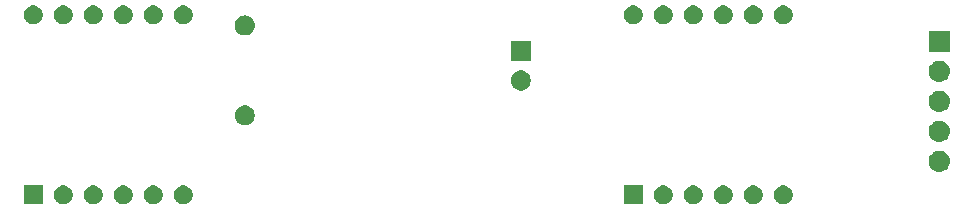
<source format=gbr>
G04 #@! TF.GenerationSoftware,KiCad,Pcbnew,(5.0.2)-1*
G04 #@! TF.CreationDate,2021-03-12T16:00:43+02:00*
G04 #@! TF.ProjectId,MAX7219 SMD,4d415837-3231-4392-9053-4d442e6b6963,rev?*
G04 #@! TF.SameCoordinates,Original*
G04 #@! TF.FileFunction,Soldermask,Top*
G04 #@! TF.FilePolarity,Negative*
%FSLAX46Y46*%
G04 Gerber Fmt 4.6, Leading zero omitted, Abs format (unit mm)*
G04 Created by KiCad (PCBNEW (5.0.2)-1) date 12.03.2021 16:00:43*
%MOMM*%
%LPD*%
G01*
G04 APERTURE LIST*
%ADD10C,0.100000*%
G04 APERTURE END LIST*
D10*
G36*
X165206643Y-106544781D02*
X165352415Y-106605162D01*
X165483611Y-106692824D01*
X165595176Y-106804389D01*
X165682838Y-106935585D01*
X165743219Y-107081357D01*
X165774000Y-107236107D01*
X165774000Y-107393893D01*
X165743219Y-107548643D01*
X165682838Y-107694415D01*
X165595176Y-107825611D01*
X165483611Y-107937176D01*
X165352415Y-108024838D01*
X165206643Y-108085219D01*
X165051893Y-108116000D01*
X164894107Y-108116000D01*
X164739357Y-108085219D01*
X164593585Y-108024838D01*
X164462389Y-107937176D01*
X164350824Y-107825611D01*
X164263162Y-107694415D01*
X164202781Y-107548643D01*
X164172000Y-107393893D01*
X164172000Y-107236107D01*
X164202781Y-107081357D01*
X164263162Y-106935585D01*
X164350824Y-106804389D01*
X164462389Y-106692824D01*
X164593585Y-106605162D01*
X164739357Y-106544781D01*
X164894107Y-106514000D01*
X165051893Y-106514000D01*
X165206643Y-106544781D01*
X165206643Y-106544781D01*
G37*
G36*
X175366643Y-106544781D02*
X175512415Y-106605162D01*
X175643611Y-106692824D01*
X175755176Y-106804389D01*
X175842838Y-106935585D01*
X175903219Y-107081357D01*
X175934000Y-107236107D01*
X175934000Y-107393893D01*
X175903219Y-107548643D01*
X175842838Y-107694415D01*
X175755176Y-107825611D01*
X175643611Y-107937176D01*
X175512415Y-108024838D01*
X175366643Y-108085219D01*
X175211893Y-108116000D01*
X175054107Y-108116000D01*
X174899357Y-108085219D01*
X174753585Y-108024838D01*
X174622389Y-107937176D01*
X174510824Y-107825611D01*
X174423162Y-107694415D01*
X174362781Y-107548643D01*
X174332000Y-107393893D01*
X174332000Y-107236107D01*
X174362781Y-107081357D01*
X174423162Y-106935585D01*
X174510824Y-106804389D01*
X174622389Y-106692824D01*
X174753585Y-106605162D01*
X174899357Y-106544781D01*
X175054107Y-106514000D01*
X175211893Y-106514000D01*
X175366643Y-106544781D01*
X175366643Y-106544781D01*
G37*
G36*
X172826643Y-106544781D02*
X172972415Y-106605162D01*
X173103611Y-106692824D01*
X173215176Y-106804389D01*
X173302838Y-106935585D01*
X173363219Y-107081357D01*
X173394000Y-107236107D01*
X173394000Y-107393893D01*
X173363219Y-107548643D01*
X173302838Y-107694415D01*
X173215176Y-107825611D01*
X173103611Y-107937176D01*
X172972415Y-108024838D01*
X172826643Y-108085219D01*
X172671893Y-108116000D01*
X172514107Y-108116000D01*
X172359357Y-108085219D01*
X172213585Y-108024838D01*
X172082389Y-107937176D01*
X171970824Y-107825611D01*
X171883162Y-107694415D01*
X171822781Y-107548643D01*
X171792000Y-107393893D01*
X171792000Y-107236107D01*
X171822781Y-107081357D01*
X171883162Y-106935585D01*
X171970824Y-106804389D01*
X172082389Y-106692824D01*
X172213585Y-106605162D01*
X172359357Y-106544781D01*
X172514107Y-106514000D01*
X172671893Y-106514000D01*
X172826643Y-106544781D01*
X172826643Y-106544781D01*
G37*
G36*
X170286643Y-106544781D02*
X170432415Y-106605162D01*
X170563611Y-106692824D01*
X170675176Y-106804389D01*
X170762838Y-106935585D01*
X170823219Y-107081357D01*
X170854000Y-107236107D01*
X170854000Y-107393893D01*
X170823219Y-107548643D01*
X170762838Y-107694415D01*
X170675176Y-107825611D01*
X170563611Y-107937176D01*
X170432415Y-108024838D01*
X170286643Y-108085219D01*
X170131893Y-108116000D01*
X169974107Y-108116000D01*
X169819357Y-108085219D01*
X169673585Y-108024838D01*
X169542389Y-107937176D01*
X169430824Y-107825611D01*
X169343162Y-107694415D01*
X169282781Y-107548643D01*
X169252000Y-107393893D01*
X169252000Y-107236107D01*
X169282781Y-107081357D01*
X169343162Y-106935585D01*
X169430824Y-106804389D01*
X169542389Y-106692824D01*
X169673585Y-106605162D01*
X169819357Y-106544781D01*
X169974107Y-106514000D01*
X170131893Y-106514000D01*
X170286643Y-106544781D01*
X170286643Y-106544781D01*
G37*
G36*
X167746643Y-106544781D02*
X167892415Y-106605162D01*
X168023611Y-106692824D01*
X168135176Y-106804389D01*
X168222838Y-106935585D01*
X168283219Y-107081357D01*
X168314000Y-107236107D01*
X168314000Y-107393893D01*
X168283219Y-107548643D01*
X168222838Y-107694415D01*
X168135176Y-107825611D01*
X168023611Y-107937176D01*
X167892415Y-108024838D01*
X167746643Y-108085219D01*
X167591893Y-108116000D01*
X167434107Y-108116000D01*
X167279357Y-108085219D01*
X167133585Y-108024838D01*
X167002389Y-107937176D01*
X166890824Y-107825611D01*
X166803162Y-107694415D01*
X166742781Y-107548643D01*
X166712000Y-107393893D01*
X166712000Y-107236107D01*
X166742781Y-107081357D01*
X166803162Y-106935585D01*
X166890824Y-106804389D01*
X167002389Y-106692824D01*
X167133585Y-106605162D01*
X167279357Y-106544781D01*
X167434107Y-106514000D01*
X167591893Y-106514000D01*
X167746643Y-106544781D01*
X167746643Y-106544781D01*
G37*
G36*
X163234000Y-108116000D02*
X161632000Y-108116000D01*
X161632000Y-106514000D01*
X163234000Y-106514000D01*
X163234000Y-108116000D01*
X163234000Y-108116000D01*
G37*
G36*
X112434000Y-108116000D02*
X110832000Y-108116000D01*
X110832000Y-106514000D01*
X112434000Y-106514000D01*
X112434000Y-108116000D01*
X112434000Y-108116000D01*
G37*
G36*
X114406643Y-106544781D02*
X114552415Y-106605162D01*
X114683611Y-106692824D01*
X114795176Y-106804389D01*
X114882838Y-106935585D01*
X114943219Y-107081357D01*
X114974000Y-107236107D01*
X114974000Y-107393893D01*
X114943219Y-107548643D01*
X114882838Y-107694415D01*
X114795176Y-107825611D01*
X114683611Y-107937176D01*
X114552415Y-108024838D01*
X114406643Y-108085219D01*
X114251893Y-108116000D01*
X114094107Y-108116000D01*
X113939357Y-108085219D01*
X113793585Y-108024838D01*
X113662389Y-107937176D01*
X113550824Y-107825611D01*
X113463162Y-107694415D01*
X113402781Y-107548643D01*
X113372000Y-107393893D01*
X113372000Y-107236107D01*
X113402781Y-107081357D01*
X113463162Y-106935585D01*
X113550824Y-106804389D01*
X113662389Y-106692824D01*
X113793585Y-106605162D01*
X113939357Y-106544781D01*
X114094107Y-106514000D01*
X114251893Y-106514000D01*
X114406643Y-106544781D01*
X114406643Y-106544781D01*
G37*
G36*
X116946643Y-106544781D02*
X117092415Y-106605162D01*
X117223611Y-106692824D01*
X117335176Y-106804389D01*
X117422838Y-106935585D01*
X117483219Y-107081357D01*
X117514000Y-107236107D01*
X117514000Y-107393893D01*
X117483219Y-107548643D01*
X117422838Y-107694415D01*
X117335176Y-107825611D01*
X117223611Y-107937176D01*
X117092415Y-108024838D01*
X116946643Y-108085219D01*
X116791893Y-108116000D01*
X116634107Y-108116000D01*
X116479357Y-108085219D01*
X116333585Y-108024838D01*
X116202389Y-107937176D01*
X116090824Y-107825611D01*
X116003162Y-107694415D01*
X115942781Y-107548643D01*
X115912000Y-107393893D01*
X115912000Y-107236107D01*
X115942781Y-107081357D01*
X116003162Y-106935585D01*
X116090824Y-106804389D01*
X116202389Y-106692824D01*
X116333585Y-106605162D01*
X116479357Y-106544781D01*
X116634107Y-106514000D01*
X116791893Y-106514000D01*
X116946643Y-106544781D01*
X116946643Y-106544781D01*
G37*
G36*
X119486643Y-106544781D02*
X119632415Y-106605162D01*
X119763611Y-106692824D01*
X119875176Y-106804389D01*
X119962838Y-106935585D01*
X120023219Y-107081357D01*
X120054000Y-107236107D01*
X120054000Y-107393893D01*
X120023219Y-107548643D01*
X119962838Y-107694415D01*
X119875176Y-107825611D01*
X119763611Y-107937176D01*
X119632415Y-108024838D01*
X119486643Y-108085219D01*
X119331893Y-108116000D01*
X119174107Y-108116000D01*
X119019357Y-108085219D01*
X118873585Y-108024838D01*
X118742389Y-107937176D01*
X118630824Y-107825611D01*
X118543162Y-107694415D01*
X118482781Y-107548643D01*
X118452000Y-107393893D01*
X118452000Y-107236107D01*
X118482781Y-107081357D01*
X118543162Y-106935585D01*
X118630824Y-106804389D01*
X118742389Y-106692824D01*
X118873585Y-106605162D01*
X119019357Y-106544781D01*
X119174107Y-106514000D01*
X119331893Y-106514000D01*
X119486643Y-106544781D01*
X119486643Y-106544781D01*
G37*
G36*
X122026643Y-106544781D02*
X122172415Y-106605162D01*
X122303611Y-106692824D01*
X122415176Y-106804389D01*
X122502838Y-106935585D01*
X122563219Y-107081357D01*
X122594000Y-107236107D01*
X122594000Y-107393893D01*
X122563219Y-107548643D01*
X122502838Y-107694415D01*
X122415176Y-107825611D01*
X122303611Y-107937176D01*
X122172415Y-108024838D01*
X122026643Y-108085219D01*
X121871893Y-108116000D01*
X121714107Y-108116000D01*
X121559357Y-108085219D01*
X121413585Y-108024838D01*
X121282389Y-107937176D01*
X121170824Y-107825611D01*
X121083162Y-107694415D01*
X121022781Y-107548643D01*
X120992000Y-107393893D01*
X120992000Y-107236107D01*
X121022781Y-107081357D01*
X121083162Y-106935585D01*
X121170824Y-106804389D01*
X121282389Y-106692824D01*
X121413585Y-106605162D01*
X121559357Y-106544781D01*
X121714107Y-106514000D01*
X121871893Y-106514000D01*
X122026643Y-106544781D01*
X122026643Y-106544781D01*
G37*
G36*
X124566643Y-106544781D02*
X124712415Y-106605162D01*
X124843611Y-106692824D01*
X124955176Y-106804389D01*
X125042838Y-106935585D01*
X125103219Y-107081357D01*
X125134000Y-107236107D01*
X125134000Y-107393893D01*
X125103219Y-107548643D01*
X125042838Y-107694415D01*
X124955176Y-107825611D01*
X124843611Y-107937176D01*
X124712415Y-108024838D01*
X124566643Y-108085219D01*
X124411893Y-108116000D01*
X124254107Y-108116000D01*
X124099357Y-108085219D01*
X123953585Y-108024838D01*
X123822389Y-107937176D01*
X123710824Y-107825611D01*
X123623162Y-107694415D01*
X123562781Y-107548643D01*
X123532000Y-107393893D01*
X123532000Y-107236107D01*
X123562781Y-107081357D01*
X123623162Y-106935585D01*
X123710824Y-106804389D01*
X123822389Y-106692824D01*
X123953585Y-106605162D01*
X124099357Y-106544781D01*
X124254107Y-106514000D01*
X124411893Y-106514000D01*
X124566643Y-106544781D01*
X124566643Y-106544781D01*
G37*
G36*
X188451442Y-103575718D02*
X188517627Y-103582237D01*
X188630853Y-103616584D01*
X188687467Y-103633757D01*
X188826087Y-103707852D01*
X188843991Y-103717422D01*
X188879729Y-103746752D01*
X188981186Y-103830014D01*
X189064448Y-103931471D01*
X189093778Y-103967209D01*
X189093779Y-103967211D01*
X189177443Y-104123733D01*
X189177443Y-104123734D01*
X189228963Y-104293573D01*
X189246359Y-104470200D01*
X189228963Y-104646827D01*
X189194616Y-104760053D01*
X189177443Y-104816667D01*
X189103348Y-104955287D01*
X189093778Y-104973191D01*
X189064448Y-105008929D01*
X188981186Y-105110386D01*
X188879729Y-105193648D01*
X188843991Y-105222978D01*
X188843989Y-105222979D01*
X188687467Y-105306643D01*
X188630853Y-105323816D01*
X188517627Y-105358163D01*
X188451443Y-105364681D01*
X188385260Y-105371200D01*
X188296740Y-105371200D01*
X188230557Y-105364681D01*
X188164373Y-105358163D01*
X188051147Y-105323816D01*
X187994533Y-105306643D01*
X187838011Y-105222979D01*
X187838009Y-105222978D01*
X187802271Y-105193648D01*
X187700814Y-105110386D01*
X187617552Y-105008929D01*
X187588222Y-104973191D01*
X187578652Y-104955287D01*
X187504557Y-104816667D01*
X187487384Y-104760053D01*
X187453037Y-104646827D01*
X187435641Y-104470200D01*
X187453037Y-104293573D01*
X187504557Y-104123734D01*
X187504557Y-104123733D01*
X187588221Y-103967211D01*
X187588222Y-103967209D01*
X187617552Y-103931471D01*
X187700814Y-103830014D01*
X187802271Y-103746752D01*
X187838009Y-103717422D01*
X187855913Y-103707852D01*
X187994533Y-103633757D01*
X188051147Y-103616584D01*
X188164373Y-103582237D01*
X188230558Y-103575718D01*
X188296740Y-103569200D01*
X188385260Y-103569200D01*
X188451442Y-103575718D01*
X188451442Y-103575718D01*
G37*
G36*
X188451443Y-101035719D02*
X188517627Y-101042237D01*
X188630853Y-101076584D01*
X188687467Y-101093757D01*
X188748688Y-101126481D01*
X188843991Y-101177422D01*
X188879729Y-101206752D01*
X188981186Y-101290014D01*
X189064448Y-101391471D01*
X189093778Y-101427209D01*
X189093779Y-101427211D01*
X189177443Y-101583733D01*
X189177443Y-101583734D01*
X189228963Y-101753573D01*
X189246359Y-101930200D01*
X189228963Y-102106827D01*
X189194616Y-102220053D01*
X189177443Y-102276667D01*
X189103348Y-102415287D01*
X189093778Y-102433191D01*
X189064448Y-102468929D01*
X188981186Y-102570386D01*
X188879729Y-102653648D01*
X188843991Y-102682978D01*
X188843989Y-102682979D01*
X188687467Y-102766643D01*
X188630853Y-102783816D01*
X188517627Y-102818163D01*
X188451443Y-102824681D01*
X188385260Y-102831200D01*
X188296740Y-102831200D01*
X188230558Y-102824682D01*
X188164373Y-102818163D01*
X188051147Y-102783816D01*
X187994533Y-102766643D01*
X187838011Y-102682979D01*
X187838009Y-102682978D01*
X187802271Y-102653648D01*
X187700814Y-102570386D01*
X187617552Y-102468929D01*
X187588222Y-102433191D01*
X187578652Y-102415287D01*
X187504557Y-102276667D01*
X187487384Y-102220053D01*
X187453037Y-102106827D01*
X187435641Y-101930200D01*
X187453037Y-101753573D01*
X187504557Y-101583734D01*
X187504557Y-101583733D01*
X187588221Y-101427211D01*
X187588222Y-101427209D01*
X187617552Y-101391471D01*
X187700814Y-101290014D01*
X187802271Y-101206752D01*
X187838009Y-101177422D01*
X187933312Y-101126481D01*
X187994533Y-101093757D01*
X188051147Y-101076584D01*
X188164373Y-101042237D01*
X188230557Y-101035719D01*
X188296740Y-101029200D01*
X188385260Y-101029200D01*
X188451443Y-101035719D01*
X188451443Y-101035719D01*
G37*
G36*
X129788228Y-99765703D02*
X129943100Y-99829853D01*
X130082481Y-99922985D01*
X130201015Y-100041519D01*
X130294147Y-100180900D01*
X130358297Y-100335772D01*
X130391000Y-100500184D01*
X130391000Y-100667816D01*
X130358297Y-100832228D01*
X130294147Y-100987100D01*
X130201015Y-101126481D01*
X130082481Y-101245015D01*
X129943100Y-101338147D01*
X129788228Y-101402297D01*
X129623816Y-101435000D01*
X129456184Y-101435000D01*
X129291772Y-101402297D01*
X129136900Y-101338147D01*
X128997519Y-101245015D01*
X128878985Y-101126481D01*
X128785853Y-100987100D01*
X128721703Y-100832228D01*
X128689000Y-100667816D01*
X128689000Y-100500184D01*
X128721703Y-100335772D01*
X128785853Y-100180900D01*
X128878985Y-100041519D01*
X128997519Y-99922985D01*
X129136900Y-99829853D01*
X129291772Y-99765703D01*
X129456184Y-99733000D01*
X129623816Y-99733000D01*
X129788228Y-99765703D01*
X129788228Y-99765703D01*
G37*
G36*
X188451443Y-98495719D02*
X188517627Y-98502237D01*
X188630853Y-98536584D01*
X188687467Y-98553757D01*
X188826087Y-98627852D01*
X188843991Y-98637422D01*
X188879729Y-98666752D01*
X188981186Y-98750014D01*
X189064448Y-98851471D01*
X189093778Y-98887209D01*
X189093779Y-98887211D01*
X189177443Y-99043733D01*
X189177443Y-99043734D01*
X189228963Y-99213573D01*
X189246359Y-99390200D01*
X189228963Y-99566827D01*
X189194616Y-99680053D01*
X189177443Y-99736667D01*
X189161922Y-99765704D01*
X189093778Y-99893191D01*
X189069326Y-99922986D01*
X188981186Y-100030386D01*
X188879729Y-100113648D01*
X188843991Y-100142978D01*
X188843989Y-100142979D01*
X188687467Y-100226643D01*
X188630853Y-100243816D01*
X188517627Y-100278163D01*
X188451443Y-100284681D01*
X188385260Y-100291200D01*
X188296740Y-100291200D01*
X188230557Y-100284681D01*
X188164373Y-100278163D01*
X188051147Y-100243816D01*
X187994533Y-100226643D01*
X187838011Y-100142979D01*
X187838009Y-100142978D01*
X187802271Y-100113648D01*
X187700814Y-100030386D01*
X187612674Y-99922986D01*
X187588222Y-99893191D01*
X187520078Y-99765704D01*
X187504557Y-99736667D01*
X187487384Y-99680053D01*
X187453037Y-99566827D01*
X187435641Y-99390200D01*
X187453037Y-99213573D01*
X187504557Y-99043734D01*
X187504557Y-99043733D01*
X187588221Y-98887211D01*
X187588222Y-98887209D01*
X187617552Y-98851471D01*
X187700814Y-98750014D01*
X187802271Y-98666752D01*
X187838009Y-98637422D01*
X187855913Y-98627852D01*
X187994533Y-98553757D01*
X188051147Y-98536584D01*
X188164373Y-98502237D01*
X188230558Y-98495718D01*
X188296740Y-98489200D01*
X188385260Y-98489200D01*
X188451443Y-98495719D01*
X188451443Y-98495719D01*
G37*
G36*
X153156228Y-96804703D02*
X153311100Y-96868853D01*
X153450481Y-96961985D01*
X153569015Y-97080519D01*
X153662147Y-97219900D01*
X153726297Y-97374772D01*
X153759000Y-97539184D01*
X153759000Y-97706816D01*
X153726297Y-97871228D01*
X153662147Y-98026100D01*
X153569015Y-98165481D01*
X153450481Y-98284015D01*
X153311100Y-98377147D01*
X153156228Y-98441297D01*
X152991816Y-98474000D01*
X152824184Y-98474000D01*
X152659772Y-98441297D01*
X152504900Y-98377147D01*
X152365519Y-98284015D01*
X152246985Y-98165481D01*
X152153853Y-98026100D01*
X152089703Y-97871228D01*
X152057000Y-97706816D01*
X152057000Y-97539184D01*
X152089703Y-97374772D01*
X152153853Y-97219900D01*
X152246985Y-97080519D01*
X152365519Y-96961985D01*
X152504900Y-96868853D01*
X152659772Y-96804703D01*
X152824184Y-96772000D01*
X152991816Y-96772000D01*
X153156228Y-96804703D01*
X153156228Y-96804703D01*
G37*
G36*
X188451442Y-95955718D02*
X188517627Y-95962237D01*
X188630853Y-95996584D01*
X188687467Y-96013757D01*
X188826087Y-96087852D01*
X188843991Y-96097422D01*
X188879729Y-96126752D01*
X188981186Y-96210014D01*
X189064448Y-96311471D01*
X189093778Y-96347209D01*
X189093779Y-96347211D01*
X189177443Y-96503733D01*
X189177443Y-96503734D01*
X189228963Y-96673573D01*
X189246359Y-96850200D01*
X189228963Y-97026827D01*
X189194616Y-97140053D01*
X189177443Y-97196667D01*
X189103348Y-97335287D01*
X189093778Y-97353191D01*
X189076067Y-97374772D01*
X188981186Y-97490386D01*
X188879729Y-97573648D01*
X188843991Y-97602978D01*
X188843989Y-97602979D01*
X188687467Y-97686643D01*
X188630853Y-97703816D01*
X188517627Y-97738163D01*
X188451442Y-97744682D01*
X188385260Y-97751200D01*
X188296740Y-97751200D01*
X188230558Y-97744682D01*
X188164373Y-97738163D01*
X188051147Y-97703816D01*
X187994533Y-97686643D01*
X187838011Y-97602979D01*
X187838009Y-97602978D01*
X187802271Y-97573648D01*
X187700814Y-97490386D01*
X187605933Y-97374772D01*
X187588222Y-97353191D01*
X187578652Y-97335287D01*
X187504557Y-97196667D01*
X187487384Y-97140053D01*
X187453037Y-97026827D01*
X187435641Y-96850200D01*
X187453037Y-96673573D01*
X187504557Y-96503734D01*
X187504557Y-96503733D01*
X187588221Y-96347211D01*
X187588222Y-96347209D01*
X187617552Y-96311471D01*
X187700814Y-96210014D01*
X187802271Y-96126752D01*
X187838009Y-96097422D01*
X187855913Y-96087852D01*
X187994533Y-96013757D01*
X188051147Y-95996584D01*
X188164373Y-95962237D01*
X188230558Y-95955718D01*
X188296740Y-95949200D01*
X188385260Y-95949200D01*
X188451442Y-95955718D01*
X188451442Y-95955718D01*
G37*
G36*
X153759000Y-95974000D02*
X152057000Y-95974000D01*
X152057000Y-94272000D01*
X153759000Y-94272000D01*
X153759000Y-95974000D01*
X153759000Y-95974000D01*
G37*
G36*
X189242000Y-95211200D02*
X187440000Y-95211200D01*
X187440000Y-93409200D01*
X189242000Y-93409200D01*
X189242000Y-95211200D01*
X189242000Y-95211200D01*
G37*
G36*
X129706821Y-92125313D02*
X129706824Y-92125314D01*
X129706825Y-92125314D01*
X129867239Y-92173975D01*
X129867241Y-92173976D01*
X129867244Y-92173977D01*
X130015078Y-92252995D01*
X130144659Y-92359341D01*
X130251005Y-92488922D01*
X130330023Y-92636756D01*
X130330024Y-92636759D01*
X130330025Y-92636761D01*
X130378686Y-92797175D01*
X130378687Y-92797179D01*
X130395117Y-92964000D01*
X130378687Y-93130821D01*
X130330023Y-93291244D01*
X130251005Y-93439078D01*
X130144659Y-93568659D01*
X130015078Y-93675005D01*
X129867244Y-93754023D01*
X129867241Y-93754024D01*
X129867239Y-93754025D01*
X129706825Y-93802686D01*
X129706824Y-93802686D01*
X129706821Y-93802687D01*
X129581804Y-93815000D01*
X129498196Y-93815000D01*
X129373179Y-93802687D01*
X129373176Y-93802686D01*
X129373175Y-93802686D01*
X129212761Y-93754025D01*
X129212759Y-93754024D01*
X129212756Y-93754023D01*
X129064922Y-93675005D01*
X128935341Y-93568659D01*
X128828995Y-93439078D01*
X128749977Y-93291244D01*
X128701313Y-93130821D01*
X128684883Y-92964000D01*
X128701313Y-92797179D01*
X128701314Y-92797175D01*
X128749975Y-92636761D01*
X128749976Y-92636759D01*
X128749977Y-92636756D01*
X128828995Y-92488922D01*
X128935341Y-92359341D01*
X129064922Y-92252995D01*
X129212756Y-92173977D01*
X129212759Y-92173976D01*
X129212761Y-92173975D01*
X129373175Y-92125314D01*
X129373176Y-92125314D01*
X129373179Y-92125313D01*
X129498196Y-92113000D01*
X129581804Y-92113000D01*
X129706821Y-92125313D01*
X129706821Y-92125313D01*
G37*
G36*
X172826643Y-91304781D02*
X172972415Y-91365162D01*
X173103611Y-91452824D01*
X173215176Y-91564389D01*
X173302838Y-91695585D01*
X173363219Y-91841357D01*
X173394000Y-91996107D01*
X173394000Y-92153893D01*
X173363219Y-92308643D01*
X173302838Y-92454415D01*
X173215176Y-92585611D01*
X173103611Y-92697176D01*
X172972415Y-92784838D01*
X172826643Y-92845219D01*
X172671893Y-92876000D01*
X172514107Y-92876000D01*
X172359357Y-92845219D01*
X172213585Y-92784838D01*
X172082389Y-92697176D01*
X171970824Y-92585611D01*
X171883162Y-92454415D01*
X171822781Y-92308643D01*
X171792000Y-92153893D01*
X171792000Y-91996107D01*
X171822781Y-91841357D01*
X171883162Y-91695585D01*
X171970824Y-91564389D01*
X172082389Y-91452824D01*
X172213585Y-91365162D01*
X172359357Y-91304781D01*
X172514107Y-91274000D01*
X172671893Y-91274000D01*
X172826643Y-91304781D01*
X172826643Y-91304781D01*
G37*
G36*
X162666643Y-91304781D02*
X162812415Y-91365162D01*
X162943611Y-91452824D01*
X163055176Y-91564389D01*
X163142838Y-91695585D01*
X163203219Y-91841357D01*
X163234000Y-91996107D01*
X163234000Y-92153893D01*
X163203219Y-92308643D01*
X163142838Y-92454415D01*
X163055176Y-92585611D01*
X162943611Y-92697176D01*
X162812415Y-92784838D01*
X162666643Y-92845219D01*
X162511893Y-92876000D01*
X162354107Y-92876000D01*
X162199357Y-92845219D01*
X162053585Y-92784838D01*
X161922389Y-92697176D01*
X161810824Y-92585611D01*
X161723162Y-92454415D01*
X161662781Y-92308643D01*
X161632000Y-92153893D01*
X161632000Y-91996107D01*
X161662781Y-91841357D01*
X161723162Y-91695585D01*
X161810824Y-91564389D01*
X161922389Y-91452824D01*
X162053585Y-91365162D01*
X162199357Y-91304781D01*
X162354107Y-91274000D01*
X162511893Y-91274000D01*
X162666643Y-91304781D01*
X162666643Y-91304781D01*
G37*
G36*
X165206643Y-91304781D02*
X165352415Y-91365162D01*
X165483611Y-91452824D01*
X165595176Y-91564389D01*
X165682838Y-91695585D01*
X165743219Y-91841357D01*
X165774000Y-91996107D01*
X165774000Y-92153893D01*
X165743219Y-92308643D01*
X165682838Y-92454415D01*
X165595176Y-92585611D01*
X165483611Y-92697176D01*
X165352415Y-92784838D01*
X165206643Y-92845219D01*
X165051893Y-92876000D01*
X164894107Y-92876000D01*
X164739357Y-92845219D01*
X164593585Y-92784838D01*
X164462389Y-92697176D01*
X164350824Y-92585611D01*
X164263162Y-92454415D01*
X164202781Y-92308643D01*
X164172000Y-92153893D01*
X164172000Y-91996107D01*
X164202781Y-91841357D01*
X164263162Y-91695585D01*
X164350824Y-91564389D01*
X164462389Y-91452824D01*
X164593585Y-91365162D01*
X164739357Y-91304781D01*
X164894107Y-91274000D01*
X165051893Y-91274000D01*
X165206643Y-91304781D01*
X165206643Y-91304781D01*
G37*
G36*
X167746643Y-91304781D02*
X167892415Y-91365162D01*
X168023611Y-91452824D01*
X168135176Y-91564389D01*
X168222838Y-91695585D01*
X168283219Y-91841357D01*
X168314000Y-91996107D01*
X168314000Y-92153893D01*
X168283219Y-92308643D01*
X168222838Y-92454415D01*
X168135176Y-92585611D01*
X168023611Y-92697176D01*
X167892415Y-92784838D01*
X167746643Y-92845219D01*
X167591893Y-92876000D01*
X167434107Y-92876000D01*
X167279357Y-92845219D01*
X167133585Y-92784838D01*
X167002389Y-92697176D01*
X166890824Y-92585611D01*
X166803162Y-92454415D01*
X166742781Y-92308643D01*
X166712000Y-92153893D01*
X166712000Y-91996107D01*
X166742781Y-91841357D01*
X166803162Y-91695585D01*
X166890824Y-91564389D01*
X167002389Y-91452824D01*
X167133585Y-91365162D01*
X167279357Y-91304781D01*
X167434107Y-91274000D01*
X167591893Y-91274000D01*
X167746643Y-91304781D01*
X167746643Y-91304781D01*
G37*
G36*
X170286643Y-91304781D02*
X170432415Y-91365162D01*
X170563611Y-91452824D01*
X170675176Y-91564389D01*
X170762838Y-91695585D01*
X170823219Y-91841357D01*
X170854000Y-91996107D01*
X170854000Y-92153893D01*
X170823219Y-92308643D01*
X170762838Y-92454415D01*
X170675176Y-92585611D01*
X170563611Y-92697176D01*
X170432415Y-92784838D01*
X170286643Y-92845219D01*
X170131893Y-92876000D01*
X169974107Y-92876000D01*
X169819357Y-92845219D01*
X169673585Y-92784838D01*
X169542389Y-92697176D01*
X169430824Y-92585611D01*
X169343162Y-92454415D01*
X169282781Y-92308643D01*
X169252000Y-92153893D01*
X169252000Y-91996107D01*
X169282781Y-91841357D01*
X169343162Y-91695585D01*
X169430824Y-91564389D01*
X169542389Y-91452824D01*
X169673585Y-91365162D01*
X169819357Y-91304781D01*
X169974107Y-91274000D01*
X170131893Y-91274000D01*
X170286643Y-91304781D01*
X170286643Y-91304781D01*
G37*
G36*
X175366643Y-91304781D02*
X175512415Y-91365162D01*
X175643611Y-91452824D01*
X175755176Y-91564389D01*
X175842838Y-91695585D01*
X175903219Y-91841357D01*
X175934000Y-91996107D01*
X175934000Y-92153893D01*
X175903219Y-92308643D01*
X175842838Y-92454415D01*
X175755176Y-92585611D01*
X175643611Y-92697176D01*
X175512415Y-92784838D01*
X175366643Y-92845219D01*
X175211893Y-92876000D01*
X175054107Y-92876000D01*
X174899357Y-92845219D01*
X174753585Y-92784838D01*
X174622389Y-92697176D01*
X174510824Y-92585611D01*
X174423162Y-92454415D01*
X174362781Y-92308643D01*
X174332000Y-92153893D01*
X174332000Y-91996107D01*
X174362781Y-91841357D01*
X174423162Y-91695585D01*
X174510824Y-91564389D01*
X174622389Y-91452824D01*
X174753585Y-91365162D01*
X174899357Y-91304781D01*
X175054107Y-91274000D01*
X175211893Y-91274000D01*
X175366643Y-91304781D01*
X175366643Y-91304781D01*
G37*
G36*
X114406643Y-91304781D02*
X114552415Y-91365162D01*
X114683611Y-91452824D01*
X114795176Y-91564389D01*
X114882838Y-91695585D01*
X114943219Y-91841357D01*
X114974000Y-91996107D01*
X114974000Y-92153893D01*
X114943219Y-92308643D01*
X114882838Y-92454415D01*
X114795176Y-92585611D01*
X114683611Y-92697176D01*
X114552415Y-92784838D01*
X114406643Y-92845219D01*
X114251893Y-92876000D01*
X114094107Y-92876000D01*
X113939357Y-92845219D01*
X113793585Y-92784838D01*
X113662389Y-92697176D01*
X113550824Y-92585611D01*
X113463162Y-92454415D01*
X113402781Y-92308643D01*
X113372000Y-92153893D01*
X113372000Y-91996107D01*
X113402781Y-91841357D01*
X113463162Y-91695585D01*
X113550824Y-91564389D01*
X113662389Y-91452824D01*
X113793585Y-91365162D01*
X113939357Y-91304781D01*
X114094107Y-91274000D01*
X114251893Y-91274000D01*
X114406643Y-91304781D01*
X114406643Y-91304781D01*
G37*
G36*
X111866643Y-91304781D02*
X112012415Y-91365162D01*
X112143611Y-91452824D01*
X112255176Y-91564389D01*
X112342838Y-91695585D01*
X112403219Y-91841357D01*
X112434000Y-91996107D01*
X112434000Y-92153893D01*
X112403219Y-92308643D01*
X112342838Y-92454415D01*
X112255176Y-92585611D01*
X112143611Y-92697176D01*
X112012415Y-92784838D01*
X111866643Y-92845219D01*
X111711893Y-92876000D01*
X111554107Y-92876000D01*
X111399357Y-92845219D01*
X111253585Y-92784838D01*
X111122389Y-92697176D01*
X111010824Y-92585611D01*
X110923162Y-92454415D01*
X110862781Y-92308643D01*
X110832000Y-92153893D01*
X110832000Y-91996107D01*
X110862781Y-91841357D01*
X110923162Y-91695585D01*
X111010824Y-91564389D01*
X111122389Y-91452824D01*
X111253585Y-91365162D01*
X111399357Y-91304781D01*
X111554107Y-91274000D01*
X111711893Y-91274000D01*
X111866643Y-91304781D01*
X111866643Y-91304781D01*
G37*
G36*
X119486643Y-91304781D02*
X119632415Y-91365162D01*
X119763611Y-91452824D01*
X119875176Y-91564389D01*
X119962838Y-91695585D01*
X120023219Y-91841357D01*
X120054000Y-91996107D01*
X120054000Y-92153893D01*
X120023219Y-92308643D01*
X119962838Y-92454415D01*
X119875176Y-92585611D01*
X119763611Y-92697176D01*
X119632415Y-92784838D01*
X119486643Y-92845219D01*
X119331893Y-92876000D01*
X119174107Y-92876000D01*
X119019357Y-92845219D01*
X118873585Y-92784838D01*
X118742389Y-92697176D01*
X118630824Y-92585611D01*
X118543162Y-92454415D01*
X118482781Y-92308643D01*
X118452000Y-92153893D01*
X118452000Y-91996107D01*
X118482781Y-91841357D01*
X118543162Y-91695585D01*
X118630824Y-91564389D01*
X118742389Y-91452824D01*
X118873585Y-91365162D01*
X119019357Y-91304781D01*
X119174107Y-91274000D01*
X119331893Y-91274000D01*
X119486643Y-91304781D01*
X119486643Y-91304781D01*
G37*
G36*
X116946643Y-91304781D02*
X117092415Y-91365162D01*
X117223611Y-91452824D01*
X117335176Y-91564389D01*
X117422838Y-91695585D01*
X117483219Y-91841357D01*
X117514000Y-91996107D01*
X117514000Y-92153893D01*
X117483219Y-92308643D01*
X117422838Y-92454415D01*
X117335176Y-92585611D01*
X117223611Y-92697176D01*
X117092415Y-92784838D01*
X116946643Y-92845219D01*
X116791893Y-92876000D01*
X116634107Y-92876000D01*
X116479357Y-92845219D01*
X116333585Y-92784838D01*
X116202389Y-92697176D01*
X116090824Y-92585611D01*
X116003162Y-92454415D01*
X115942781Y-92308643D01*
X115912000Y-92153893D01*
X115912000Y-91996107D01*
X115942781Y-91841357D01*
X116003162Y-91695585D01*
X116090824Y-91564389D01*
X116202389Y-91452824D01*
X116333585Y-91365162D01*
X116479357Y-91304781D01*
X116634107Y-91274000D01*
X116791893Y-91274000D01*
X116946643Y-91304781D01*
X116946643Y-91304781D01*
G37*
G36*
X124566643Y-91304781D02*
X124712415Y-91365162D01*
X124843611Y-91452824D01*
X124955176Y-91564389D01*
X125042838Y-91695585D01*
X125103219Y-91841357D01*
X125134000Y-91996107D01*
X125134000Y-92153893D01*
X125103219Y-92308643D01*
X125042838Y-92454415D01*
X124955176Y-92585611D01*
X124843611Y-92697176D01*
X124712415Y-92784838D01*
X124566643Y-92845219D01*
X124411893Y-92876000D01*
X124254107Y-92876000D01*
X124099357Y-92845219D01*
X123953585Y-92784838D01*
X123822389Y-92697176D01*
X123710824Y-92585611D01*
X123623162Y-92454415D01*
X123562781Y-92308643D01*
X123532000Y-92153893D01*
X123532000Y-91996107D01*
X123562781Y-91841357D01*
X123623162Y-91695585D01*
X123710824Y-91564389D01*
X123822389Y-91452824D01*
X123953585Y-91365162D01*
X124099357Y-91304781D01*
X124254107Y-91274000D01*
X124411893Y-91274000D01*
X124566643Y-91304781D01*
X124566643Y-91304781D01*
G37*
G36*
X122026643Y-91304781D02*
X122172415Y-91365162D01*
X122303611Y-91452824D01*
X122415176Y-91564389D01*
X122502838Y-91695585D01*
X122563219Y-91841357D01*
X122594000Y-91996107D01*
X122594000Y-92153893D01*
X122563219Y-92308643D01*
X122502838Y-92454415D01*
X122415176Y-92585611D01*
X122303611Y-92697176D01*
X122172415Y-92784838D01*
X122026643Y-92845219D01*
X121871893Y-92876000D01*
X121714107Y-92876000D01*
X121559357Y-92845219D01*
X121413585Y-92784838D01*
X121282389Y-92697176D01*
X121170824Y-92585611D01*
X121083162Y-92454415D01*
X121022781Y-92308643D01*
X120992000Y-92153893D01*
X120992000Y-91996107D01*
X121022781Y-91841357D01*
X121083162Y-91695585D01*
X121170824Y-91564389D01*
X121282389Y-91452824D01*
X121413585Y-91365162D01*
X121559357Y-91304781D01*
X121714107Y-91274000D01*
X121871893Y-91274000D01*
X122026643Y-91304781D01*
X122026643Y-91304781D01*
G37*
M02*

</source>
